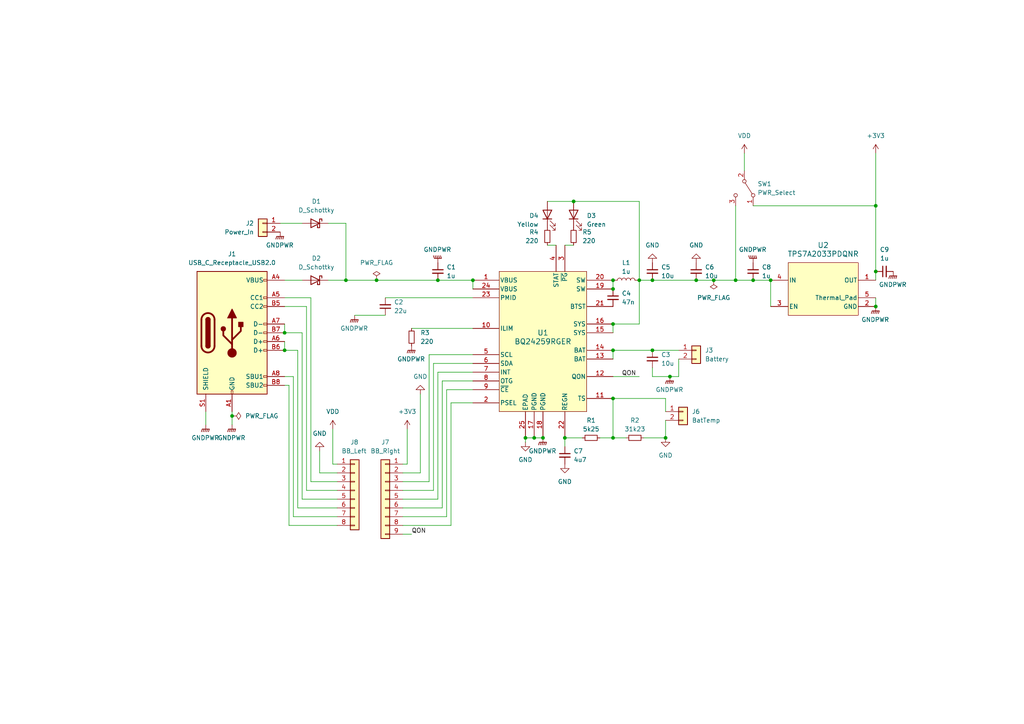
<source format=kicad_sch>
(kicad_sch (version 20230121) (generator eeschema)
  (paper "A4")
  (title_block (title "Breadboard adapter for BQ24259"))
  (lib_symbols
    (symbol "Connector:USB_C_Receptacle_USB2.0" (pin_names (offset 1.016))
      (property "Reference" "J" (at -10.16 19.05 0))
      (property "Value" "USB_C_Receptacle_USB2.0" (at 19.05 19.05 0))
      (symbol "USB_C_Receptacle_USB2.0_0_0"
        (rectangle (start -0.254 -17.78) (end 0.254 -16.764))
        (rectangle (start 10.16 -14.986) (end 9.144 -15.494))
        (rectangle (start 10.16 -12.446) (end 9.144 -12.954))
        (rectangle (start 10.16 -4.826) (end 9.144 -5.334))
        (rectangle (start 10.16 -2.286) (end 9.144 -2.794))
        (rectangle (start 10.16 0.254) (end 9.144 -0.254))
        (rectangle (start 10.16 2.794) (end 9.144 2.286))
        (rectangle (start 10.16 7.874) (end 9.144 7.366))
        (rectangle (start 10.16 10.414) (end 9.144 9.906))
        (rectangle (start 10.16 15.494) (end 9.144 14.986))
      )
      (symbol "USB_C_Receptacle_USB2.0_0_1"
        (rectangle (start -10.16 17.78) (end 10.16 -17.78) (stroke (width 0.254)) (fill (type background)))
        (arc (start -8.89 -3.81) (mid -6.985 -5.7067) (end -5.08 -3.81) (stroke (width 0.508)))
        (arc (start -7.62 -3.81) (mid -6.985 -4.4423) (end -6.35 -3.81) (stroke (width 0.254)))
        (arc (start -7.62 -3.81) (mid -6.985 -4.4423) (end -6.35 -3.81) (stroke (width 0.254)) (fill (type outline)))
        (rectangle (start -7.62 -3.81) (end -6.35 3.81) (stroke (width 0.254)) (fill (type outline)))
        (arc (start -6.35 3.81) (mid -6.985 4.4423) (end -7.62 3.81) (stroke (width 0.254)))
        (arc (start -6.35 3.81) (mid -6.985 4.4423) (end -7.62 3.81) (stroke (width 0.254)) (fill (type outline)))
        (arc (start -5.08 3.81) (mid -6.985 5.7067) (end -8.89 3.81) (stroke (width 0.508)))
        (circle (center -2.54 1.143) (radius 0.635) (stroke (width 0.254)) (fill (type outline)))
        (circle (center 0 -5.842) (radius 1.27) (fill (type outline)))
        (polyline (pts (xy -8.89 -3.81) (xy -8.89 3.81)) (stroke (width 0.508)))
        (polyline (pts (xy -5.08 3.81) (xy -5.08 -3.81)) (stroke (width 0.508)))
        (polyline (pts (xy 0 -5.842) (xy 0 4.318)) (stroke (width 0.508)))
        (polyline (pts (xy 0 -3.302) (xy -2.54 -0.762) (xy -2.54 0.508)) (stroke (width 0.508)))
        (polyline (pts (xy 0 -2.032) (xy 2.54 0.508) (xy 2.54 1.778)) (stroke (width 0.508)))
        (polyline (pts (xy -1.27 4.318) (xy 0 6.858) (xy 1.27 4.318) (xy -1.27 4.318)) (stroke (width 0.254)) (fill (type outline)))
        (rectangle (start 1.905 1.778) (end 3.175 3.048) (stroke (width 0.254)) (fill (type outline)))
      )
      (symbol "USB_C_Receptacle_USB2.0_1_1"
        (pin passive line (at 0 -22.86 90) (length 5.08) (name "GND") (number "A1"))
        (pin passive line (at 0 -22.86 90) (length 5.08) hide (name "GND") (number "A12"))
        (pin passive line (at 15.24 15.24 180) (length 5.08) (name "VBUS") (number "A4"))
        (pin bidirectional line (at 15.24 10.16 180) (length 5.08) (name "CC1") (number "A5"))
        (pin bidirectional line (at 15.24 -2.54 180) (length 5.08) (name "D+") (number "A6"))
        (pin bidirectional line (at 15.24 2.54 180) (length 5.08) (name "D-") (number "A7"))
        (pin bidirectional line (at 15.24 -12.7 180) (length 5.08) (name "SBU1") (number "A8"))
        (pin passive line (at 15.24 15.24 180) (length 5.08) hide (name "VBUS") (number "A9"))
        (pin passive line (at 0 -22.86 90) (length 5.08) hide (name "GND") (number "B1"))
        (pin passive line (at 0 -22.86 90) (length 5.08) hide (name "GND") (number "B12"))
        (pin passive line (at 15.24 15.24 180) (length 5.08) hide (name "VBUS") (number "B4"))
        (pin bidirectional line (at 15.24 7.62 180) (length 5.08) (name "CC2") (number "B5"))
        (pin bidirectional line (at 15.24 -5.08 180) (length 5.08) (name "D+") (number "B6"))
        (pin bidirectional line (at 15.24 0 180) (length 5.08) (name "D-") (number "B7"))
        (pin bidirectional line (at 15.24 -15.24 180) (length 5.08) (name "SBU2") (number "B8"))
        (pin passive line (at 15.24 15.24 180) (length 5.08) hide (name "VBUS") (number "B9"))
        (pin passive line (at -7.62 -22.86 90) (length 5.08) (name "SHIELD") (number "S1"))
      )
    )
    (symbol "Connector_Generic:Conn_01x02" (pin_names (offset 1.016) hide)
      (property "Reference" "J" (at 0 2.54 0))
      (property "Value" "Conn_01x02" (at 0 -5.08 0))
      (symbol "Conn_01x02_1_1"
        (rectangle (start -1.27 -2.413) (end 0 -2.667) (stroke (width 0.1524)))
        (rectangle (start -1.27 0.127) (end 0 -0.127) (stroke (width 0.1524)))
        (rectangle (start -1.27 1.27) (end 1.27 -3.81) (stroke (width 0.254)) (fill (type background)))
        (pin passive line (at -5.08 0 0) (length 3.81) (name "Pin_1") (number "1"))
        (pin passive line (at -5.08 -2.54 0) (length 3.81) (name "Pin_2") (number "2"))
      )
    )
    (symbol "Connector_Generic:Conn_01x08" (pin_names (offset 1.016) hide)
      (property "Reference" "J" (at 0 10.16 0))
      (property "Value" "Conn_01x08" (at 0 -12.7 0))
      (symbol "Conn_01x08_1_1"
        (rectangle (start -1.27 -10.033) (end 0 -10.287) (stroke (width 0.1524)))
        (rectangle (start -1.27 -7.493) (end 0 -7.747) (stroke (width 0.1524)))
        (rectangle (start -1.27 -4.953) (end 0 -5.207) (stroke (width 0.1524)))
        (rectangle (start -1.27 -2.413) (end 0 -2.667) (stroke (width 0.1524)))
        (rectangle (start -1.27 0.127) (end 0 -0.127) (stroke (width 0.1524)))
        (rectangle (start -1.27 2.667) (end 0 2.413) (stroke (width 0.1524)))
        (rectangle (start -1.27 5.207) (end 0 4.953) (stroke (width 0.1524)))
        (rectangle (start -1.27 7.747) (end 0 7.493) (stroke (width 0.1524)))
        (rectangle (start -1.27 8.89) (end 1.27 -11.43) (stroke (width 0.254)) (fill (type background)))
        (pin passive line (at -5.08 7.62 0) (length 3.81) (name "Pin_1") (number "1"))
        (pin passive line (at -5.08 5.08 0) (length 3.81) (name "Pin_2") (number "2"))
        (pin passive line (at -5.08 2.54 0) (length 3.81) (name "Pin_3") (number "3"))
        (pin passive line (at -5.08 0 0) (length 3.81) (name "Pin_4") (number "4"))
        (pin passive line (at -5.08 -2.54 0) (length 3.81) (name "Pin_5") (number "5"))
        (pin passive line (at -5.08 -5.08 0) (length 3.81) (name "Pin_6") (number "6"))
        (pin passive line (at -5.08 -7.62 0) (length 3.81) (name "Pin_7") (number "7"))
        (pin passive line (at -5.08 -10.16 0) (length 3.81) (name "Pin_8") (number "8"))
      )
    )
    (symbol "Connector_Generic:Conn_01x09" (pin_names (offset 1.016) hide)
      (property "Reference" "J" (at 0 12.7 0))
      (property "Value" "Conn_01x09" (at 0 -12.7 0))
      (symbol "Conn_01x09_1_1"
        (rectangle (start -1.27 -10.033) (end 0 -10.287) (stroke (width 0.1524)))
        (rectangle (start -1.27 -7.493) (end 0 -7.747) (stroke (width 0.1524)))
        (rectangle (start -1.27 -4.953) (end 0 -5.207) (stroke (width 0.1524)))
        (rectangle (start -1.27 -2.413) (end 0 -2.667) (stroke (width 0.1524)))
        (rectangle (start -1.27 0.127) (end 0 -0.127) (stroke (width 0.1524)))
        (rectangle (start -1.27 2.667) (end 0 2.413) (stroke (width 0.1524)))
        (rectangle (start -1.27 5.207) (end 0 4.953) (stroke (width 0.1524)))
        (rectangle (start -1.27 7.747) (end 0 7.493) (stroke (width 0.1524)))
        (rectangle (start -1.27 10.287) (end 0 10.033) (stroke (width 0.1524)))
        (rectangle (start -1.27 11.43) (end 1.27 -11.43) (stroke (width 0.254)) (fill (type background)))
        (pin passive line (at -5.08 10.16 0) (length 3.81) (name "Pin_1") (number "1"))
        (pin passive line (at -5.08 7.62 0) (length 3.81) (name "Pin_2") (number "2"))
        (pin passive line (at -5.08 5.08 0) (length 3.81) (name "Pin_3") (number "3"))
        (pin passive line (at -5.08 2.54 0) (length 3.81) (name "Pin_4") (number "4"))
        (pin passive line (at -5.08 0 0) (length 3.81) (name "Pin_5") (number "5"))
        (pin passive line (at -5.08 -2.54 0) (length 3.81) (name "Pin_6") (number "6"))
        (pin passive line (at -5.08 -5.08 0) (length 3.81) (name "Pin_7") (number "7"))
        (pin passive line (at -5.08 -7.62 0) (length 3.81) (name "Pin_8") (number "8"))
        (pin passive line (at -5.08 -10.16 0) (length 3.81) (name "Pin_9") (number "9"))
      )
    )
    (symbol "Device:C_Small" (pin_numbers hide) (pin_names (offset 0.254) hide)
      (property "Reference" "C" (at 0.254 1.778 0))
      (property "Value" "C_Small" (at 0.254 -2.032 0))
      (symbol "C_Small_0_1"
        (polyline (pts (xy -1.524 -0.508) (xy 1.524 -0.508)) (stroke (width 0.3302)))
        (polyline (pts (xy -1.524 0.508) (xy 1.524 0.508)) (stroke (width 0.3048)))
      )
      (symbol "C_Small_1_1"
        (pin passive line (at 0 2.54 270) (length 2.032) (name "~") (number "1"))
        (pin passive line (at 0 -2.54 90) (length 2.032) (name "~") (number "2"))
      )
    )
    (symbol "Device:D_Schottky" (pin_numbers hide) (pin_names (offset 1.016) hide)
      (property "Reference" "D" (at 0 2.54 0))
      (property "Value" "D_Schottky" (at 0 -2.54 0))
      (symbol "D_Schottky_0_1"
        (polyline (pts (xy 1.27 0) (xy -1.27 0)))
        (polyline (pts (xy 1.27 1.27) (xy 1.27 -1.27) (xy -1.27 0) (xy 1.27 1.27)) (stroke (width 0.254)))
        (polyline (pts (xy -1.905 0.635) (xy -1.905 1.27) (xy -1.27 1.27) (xy -1.27 -1.27) (xy -0.635 -1.27) (xy -0.635 -0.635)) (stroke (width 0.254)))
      )
      (symbol "D_Schottky_1_1"
        (pin passive line (at -3.81 0 0) (length 2.54) (name "K") (number "1"))
        (pin passive line (at 3.81 0 180) (length 2.54) (name "A") (number "2"))
      )
    )
    (symbol "Device:L" (pin_numbers hide) (pin_names (offset 1.016) hide)
      (property "Reference" "L" (at -1.27 0 90))
      (property "Value" "L" (at 1.905 0 90))
      (symbol "L_0_1"
        (arc (start 0 -2.54) (mid 0.6323 -1.905) (end 0 -1.27))
        (arc (start 0 -1.27) (mid 0.6323 -0.635) (end 0 0))
        (arc (start 0 0) (mid 0.6323 0.635) (end 0 1.27))
        (arc (start 0 1.27) (mid 0.6323 1.905) (end 0 2.54))
      )
      (symbol "L_1_1"
        (pin passive line (at 0 3.81 270) (length 1.27) (name "1") (number "1"))
        (pin passive line (at 0 -3.81 90) (length 1.27) (name "2") (number "2"))
      )
    )
    (symbol "Device:LED" (pin_numbers hide) (pin_names (offset 1.016) hide)
      (property "Reference" "D" (at 0 2.54 0))
      (property "Value" "LED" (at 0 -2.54 0))
      (symbol "LED_0_1"
        (polyline (pts (xy -1.27 -1.27) (xy -1.27 1.27)) (stroke (width 0.254)))
        (polyline (pts (xy -1.27 0) (xy 1.27 0)))
        (polyline (pts (xy 1.27 -1.27) (xy 1.27 1.27) (xy -1.27 0) (xy 1.27 -1.27)) (stroke (width 0.254)))
        (polyline (pts (xy -3.048 -0.762) (xy -4.572 -2.286) (xy -3.81 -2.286) (xy -4.572 -2.286) (xy -4.572 -1.524)))
        (polyline (pts (xy -1.778 -0.762) (xy -3.302 -2.286) (xy -2.54 -2.286) (xy -3.302 -2.286) (xy -3.302 -1.524)))
      )
      (symbol "LED_1_1"
        (pin passive line (at -3.81 0 0) (length 2.54) (name "K") (number "1"))
        (pin passive line (at 3.81 0 180) (length 2.54) (name "A") (number "2"))
      )
    )
    (symbol "Device:R_Small" (pin_numbers hide) (pin_names (offset 0.254) hide)
      (property "Reference" "R" (at 0.762 0.508 0))
      (property "Value" "R_Small" (at 0.762 -1.016 0))
      (symbol "R_Small_0_1"
        (rectangle (start -0.762 1.778) (end 0.762 -1.778) (stroke (width 0.2032)))
      )
      (symbol "R_Small_1_1"
        (pin passive line (at 0 2.54 270) (length 0.762) (name "~") (number "1"))
        (pin passive line (at 0 -2.54 90) (length 0.762) (name "~") (number "2"))
      )
    )
    (symbol "Project_Components:BQ24259RGER" (pin_names (offset 0.254))
      (property "Reference" "U" (at 20.32 -10.16 0))
      (property "Value" "BQ24259RGER" (at 20.32 -12.7 0))
      (symbol "BQ24259RGER_0_1"
        (pin power_in line (at 0 2.54 0) (length 7.62) (name "VBUS") (number "1"))
        (pin input line (at 0 -11.43 0) (length 7.62) (name "ILIM") (number "10"))
        (pin input line (at 40.64 -31.75 180) (length 7.62) (name "TS") (number "11"))
        (pin input line (at 40.64 -25.4 180) (length 7.62) (name "QON") (number "12"))
        (pin input line (at 40.64 -12.7 180) (length 7.62) (name "SYS") (number "15"))
        (pin input line (at 40.64 -10.16 180) (length 7.62) (name "SYS") (number "16"))
        (pin power_in line (at 17.78 -43.18 90) (length 7.62) (name "PGND") (number "17"))
        (pin power_in line (at 20.32 -43.18 90) (length 7.62) (name "PGND") (number "18"))
        (pin input line (at 0 -33.02 0) (length 7.62) (name "PSEL") (number "2"))
        (pin output line (at 0 -2.54 0) (length 7.62) (name "PMID") (number "23"))
        (pin power_in line (at 0 0 0) (length 7.62) (name "VBUS") (number "24"))
        (pin input line (at 0 -19.05 0) (length 7.62) (name "SCL") (number "5"))
        (pin bidirectional line (at 0 -21.59 0) (length 7.62) (name "SDA") (number "6"))
        (pin output line (at 0 -24.13 0) (length 7.62) (name "INT") (number "7"))
        (pin input line (at 0 -26.67 0) (length 7.62) (name "OTG") (number "8"))
      )
      (symbol "BQ24259RGER_1_1"
        (rectangle (start 7.62 5.08) (end 33.02 -35.56) (fill (type background)))
        (pin power_out line (at 40.64 -20.32 180) (length 7.62) (name "BAT") (number "13"))
        (pin power_out line (at 40.64 -17.78 180) (length 7.62) (name "BAT") (number "14"))
        (pin power_out line (at 40.64 0 180) (length 7.62) (name "SW") (number "19"))
        (pin power_out line (at 40.64 2.54 180) (length 7.62) (name "SW") (number "20"))
        (pin input line (at 40.64 -5.08 180) (length 7.62) (name "BTST") (number "21"))
        (pin output line (at 26.67 -43.18 90) (length 7.62) (name "REGN") (number "22"))
        (pin passive line (at 15.24 -43.18 90) (length 7.62) (name "EPAD") (number "25"))
        (pin open_collector line (at 26.67 12.7 270) (length 7.62) (name "~{PG}") (number "3"))
        (pin open_collector line (at 24.13 12.7 270) (length 7.62) (name "STAT") (number "4"))
        (pin input line (at 0 -29.21 0) (length 7.62) (name "~{CE}") (number "9"))
      )
    )
    (symbol "Project_Components:TPS7A20" (pin_names (offset 0.254))
      (property "Reference" "U" (at 15.24 8.89 0))
      (property "Value" "TPS7A20" (at 15.24 6.35 0))
      (symbol "TPS7A20_0_1"
        (pin power_in line (at 30.48 -7.62 180) (length 5.08) (name "GND") (number "2"))
        (pin input line (at 0 -7.62 0) (length 5.08) (name "EN") (number "3"))
        (pin power_in line (at 0 0 0) (length 5.08) (name "IN") (number "4"))
      )
      (symbol "TPS7A20_1_1"
        (rectangle (start 5.08 5.08) (end 25.4 -10.16) (fill (type background)))
        (pin power_out line (at 30.48 0 180) (length 5.08) (name "OUT") (number "1"))
        (pin passive line (at 30.48 -5.08 180) (length 5.08) (name "Thermal_Pad") (number "5"))
      )
    )
    (symbol "Switch:SW_SPDT" (pin_names (offset 0) hide)
      (property "Reference" "SW" (at 0 4.318 0))
      (property "Value" "SW_SPDT" (at 0 -5.08 0))
      (symbol "SW_SPDT_0_0"
        (circle (center -2.032 0) (radius 0.508))
        (circle (center 2.032 -2.54) (radius 0.508))
      )
      (symbol "SW_SPDT_0_1"
        (polyline (pts (xy -1.524 0.254) (xy 1.651 2.286)))
        (circle (center 2.032 2.54) (radius 0.508))
      )
      (symbol "SW_SPDT_1_1"
        (pin passive line (at 5.08 2.54 180) (length 2.54) (name "A") (number "1"))
        (pin passive line (at -5.08 0 0) (length 2.54) (name "B") (number "2"))
        (pin passive line (at 5.08 -2.54 180) (length 2.54) (name "C") (number "3"))
      )
    )
    (symbol "power:+3V3" (power) (pin_names (offset 0))
      (property "Value" "+3V3" (at 0 3.556 0))
      (symbol "+3V3_0_1"
        (polyline (pts (xy -0.762 1.27) (xy 0 2.54)))
        (polyline (pts (xy 0 0) (xy 0 2.54)))
        (polyline (pts (xy 0 2.54) (xy 0.762 1.27)))
      )
      (symbol "+3V3_1_1"
        (pin power_in line (at 0 0 90) (length 0) hide (name "+3V3") (number "1"))
      )
    )
    (symbol "power:GND" (power) (pin_names (offset 0))
      (property "Value" "GND" (at 0 -3.81 0))
      (symbol "GND_0_1"
        (polyline (pts (xy 0 0) (xy 0 -1.27) (xy 1.27 -1.27) (xy 0 -2.54) (xy -1.27 -1.27) (xy 0 -1.27)))
      )
      (symbol "GND_1_1"
        (pin power_in line (at 0 0 270) (length 0) hide (name "GND") (number "1"))
      )
    )
    (symbol "power:GNDPWR" (power) (pin_names (offset 0))
      (property "Value" "GNDPWR" (at 0 -3.302 0))
      (symbol "GNDPWR_0_1"
        (polyline (pts (xy 0 -1.27) (xy 0 0)))
        (polyline (pts (xy -1.016 -1.27) (xy -1.27 -2.032) (xy -1.27 -2.032)) (stroke (width 0.2032)))
        (polyline (pts (xy -0.508 -1.27) (xy -0.762 -2.032) (xy -0.762 -2.032)) (stroke (width 0.2032)))
        (polyline (pts (xy 0 -1.27) (xy -0.254 -2.032) (xy -0.254 -2.032)) (stroke (width 0.2032)))
        (polyline (pts (xy 0.508 -1.27) (xy 0.254 -2.032) (xy 0.254 -2.032)) (stroke (width 0.2032)))
        (polyline (pts (xy 1.016 -1.27) (xy -1.016 -1.27) (xy -1.016 -1.27)) (stroke (width 0.2032)))
        (polyline (pts (xy 1.016 -1.27) (xy 0.762 -2.032) (xy 0.762 -2.032) (xy 0.762 -2.032)) (stroke (width 0.2032)))
      )
      (symbol "GNDPWR_1_1"
        (pin power_in line (at 0 0 270) (length 0) hide (name "GNDPWR") (number "1"))
      )
    )
    (symbol "power:PWR_FLAG" (power) (pin_numbers hide) (pin_names (offset 0) hide)
      (property "Value" "PWR_FLAG" (at 0 3.81 0))
      (symbol "PWR_FLAG_0_0"
        (pin power_out line (at 0 0 90) (length 0) (name "pwr") (number "1"))
      )
      (symbol "PWR_FLAG_0_1"
        (polyline (pts (xy 0 0) (xy 0 1.27) (xy -1.016 1.905) (xy 0 2.54) (xy 1.016 1.905) (xy 0 1.27)))
      )
    )
    (symbol "power:VDD" (power) (pin_names (offset 0))
      (property "Value" "VDD" (at 0 3.81 0))
      (symbol "VDD_0_1"
        (polyline (pts (xy -0.762 1.27) (xy 0 2.54)))
        (polyline (pts (xy 0 0) (xy 0 2.54)))
        (polyline (pts (xy 0 2.54) (xy 0.762 1.27)))
      )
      (symbol "VDD_1_1"
        (pin power_in line (at 0 0 90) (length 0) hide (name "VDD") (number "1"))
      )
    )
  )
  (junction (at 163.83 127))
  (junction (at 254 78.74))
  (junction (at 82.55 96.52))
  (junction (at 254 59.69))
  (junction (at 213.36 81.28))
  (junction (at 152.4 127))
  (junction (at 207.01 81.28))
  (junction (at 127 81.28))
  (junction (at 137.16 81.28))
  (junction (at 177.8 81.28))
  (junction (at 189.23 101.6))
  (junction (at 100.33 81.28))
  (junction (at 177.8 115.57))
  (junction (at 223.52 81.28))
  (junction (at 193.04 127))
  (junction (at 177.8 83.82))
  (junction (at 201.93 81.28))
  (junction (at 67.31 120.65))
  (junction (at 177.8 93.98))
  (junction (at 218.44 81.28))
  (junction (at 194.31 109.22))
  (junction (at 166.37 58.42))
  (junction (at 109.22 81.28))
  (junction (at 177.8 101.6))
  (junction (at 254 88.9))
  (junction (at 157.48 127))
  (junction (at 177.8 127))
  (junction (at 185.42 81.28))
  (junction (at 82.55 101.6))
  (junction (at 189.23 81.28))
  (junction (at 154.94 127))
  (wire (pts (xy 223.52 81.28) (xy 223.52 88.9)))
  (wire (pts (xy 82.55 81.28) (xy 87.63 81.28)))
  (wire (pts (xy 177.8 109.22) (xy 185.42 109.22)))
  (wire (pts (xy 201.93 81.28) (xy 207.01 81.28)))
  (wire (pts (xy 129.54 113.03) (xy 129.54 149.86)))
  (wire (pts (xy 82.55 101.6) (xy 86.36 101.6)))
  (wire (pts (xy 100.33 81.28) (xy 109.22 81.28)))
  (wire (pts (xy 152.4 127) (xy 154.94 127)))
  (wire (pts (xy 152.4 127) (xy 152.4 128.27)))
  (wire (pts (xy 130.81 116.84) (xy 130.81 152.4)))
  (wire (pts (xy 158.75 58.42) (xy 166.37 58.42)))
  (wire (pts (xy 124.46 102.87) (xy 124.46 139.7)))
  (wire (pts (xy 215.9 44.45) (xy 215.9 49.53)))
  (wire (pts (xy 189.23 81.28) (xy 201.93 81.28)))
  (wire (pts (xy 177.8 93.98) (xy 185.42 93.98)))
  (wire (pts (xy 196.85 104.14) (xy 196.85 109.22)))
  (wire (pts (xy 96.52 124.46) (xy 96.52 134.62)))
  (wire (pts (xy 90.17 86.36) (xy 90.17 139.7)))
  (wire (pts (xy 100.33 64.77) (xy 100.33 81.28)))
  (wire (pts (xy 137.16 116.84) (xy 130.81 116.84)))
  (wire (pts (xy 86.36 147.32) (xy 97.79 147.32)))
  (wire (pts (xy 121.92 137.16) (xy 121.92 114.3)))
  (wire (pts (xy 116.84 137.16) (xy 121.92 137.16)))
  (wire (pts (xy 67.31 123.19) (xy 67.31 120.65)))
  (wire (pts (xy 82.55 96.52) (xy 87.63 96.52)))
  (wire (pts (xy 185.42 81.28) (xy 185.42 58.42)))
  (wire (pts (xy 158.75 71.12) (xy 161.29 71.12)))
  (wire (pts (xy 137.16 105.41) (xy 125.73 105.41)))
  (wire (pts (xy 96.52 134.62) (xy 97.79 134.62)))
  (wire (pts (xy 59.69 123.19) (xy 59.69 119.38)))
  (wire (pts (xy 254 44.45) (xy 254 59.69)))
  (wire (pts (xy 185.42 93.98) (xy 185.42 81.28)))
  (wire (pts (xy 127 81.28) (xy 137.16 81.28)))
  (wire (pts (xy 125.73 142.24) (xy 116.84 142.24)))
  (wire (pts (xy 82.55 111.76) (xy 83.82 111.76)))
  (wire (pts (xy 128.27 147.32) (xy 116.84 147.32)))
  (wire (pts (xy 254 78.74) (xy 254 81.28)))
  (wire (pts (xy 213.36 81.28) (xy 218.44 81.28)))
  (wire (pts (xy 137.16 113.03) (xy 129.54 113.03)))
  (wire (pts (xy 193.04 121.92) (xy 193.04 127)))
  (wire (pts (xy 116.84 154.94) (xy 119.38 154.94)))
  (wire (pts (xy 218.44 59.69) (xy 254 59.69)))
  (wire (pts (xy 173.99 127) (xy 177.8 127)))
  (wire (pts (xy 177.8 115.57) (xy 193.04 115.57)))
  (wire (pts (xy 127 107.95) (xy 127 144.78)))
  (wire (pts (xy 218.44 81.28) (xy 223.52 81.28)))
  (wire (pts (xy 137.16 107.95) (xy 127 107.95)))
  (wire (pts (xy 87.63 96.52) (xy 87.63 144.78)))
  (wire (pts (xy 194.31 109.22) (xy 189.23 109.22)))
  (wire (pts (xy 95.25 81.28) (xy 100.33 81.28)))
  (wire (pts (xy 193.04 115.57) (xy 193.04 119.38)))
  (wire (pts (xy 177.8 101.6) (xy 177.8 104.14)))
  (wire (pts (xy 83.82 152.4) (xy 97.79 152.4)))
  (wire (pts (xy 189.23 101.6) (xy 196.85 101.6)))
  (wire (pts (xy 82.55 86.36) (xy 90.17 86.36)))
  (wire (pts (xy 82.55 93.98) (xy 82.55 96.52)))
  (wire (pts (xy 127 144.78) (xy 116.84 144.78)))
  (wire (pts (xy 189.23 109.22) (xy 189.23 106.68)))
  (wire (pts (xy 207.01 81.28) (xy 213.36 81.28)))
  (wire (pts (xy 83.82 111.76) (xy 83.82 152.4)))
  (wire (pts (xy 119.38 95.25) (xy 137.16 95.25)))
  (wire (pts (xy 90.17 139.7) (xy 97.79 139.7)))
  (wire (pts (xy 129.54 149.86) (xy 116.84 149.86)))
  (wire (pts (xy 118.11 124.46) (xy 118.11 134.62)))
  (wire (pts (xy 154.94 127) (xy 157.48 127)))
  (wire (pts (xy 177.8 127) (xy 177.8 115.57)))
  (wire (pts (xy 82.55 99.06) (xy 82.55 101.6)))
  (wire (pts (xy 111.76 86.36) (xy 137.16 86.36)))
  (wire (pts (xy 88.9 142.24) (xy 97.79 142.24)))
  (wire (pts (xy 177.8 93.98) (xy 177.8 96.52)))
  (wire (pts (xy 85.09 109.22) (xy 85.09 149.86)))
  (wire (pts (xy 124.46 139.7) (xy 116.84 139.7)))
  (wire (pts (xy 163.83 129.54) (xy 163.83 127)))
  (wire (pts (xy 254 59.69) (xy 254 78.74)))
  (wire (pts (xy 130.81 152.4) (xy 116.84 152.4)))
  (wire (pts (xy 102.87 91.44) (xy 111.76 91.44)))
  (wire (pts (xy 213.36 59.69) (xy 213.36 81.28)))
  (wire (pts (xy 177.8 127) (xy 181.61 127)))
  (wire (pts (xy 125.73 105.41) (xy 125.73 142.24)))
  (wire (pts (xy 137.16 81.28) (xy 137.16 83.82)))
  (wire (pts (xy 166.37 71.12) (xy 163.83 71.12)))
  (wire (pts (xy 118.11 134.62) (xy 116.84 134.62)))
  (wire (pts (xy 82.55 88.9) (xy 88.9 88.9)))
  (wire (pts (xy 196.85 109.22) (xy 194.31 109.22)))
  (wire (pts (xy 87.63 144.78) (xy 97.79 144.78)))
  (wire (pts (xy 185.42 58.42) (xy 166.37 58.42)))
  (wire (pts (xy 81.28 64.77) (xy 87.63 64.77)))
  (wire (pts (xy 88.9 88.9) (xy 88.9 142.24)))
  (wire (pts (xy 92.71 137.16) (xy 92.71 130.81)))
  (wire (pts (xy 97.79 137.16) (xy 92.71 137.16)))
  (wire (pts (xy 185.42 81.28) (xy 189.23 81.28)))
  (wire (pts (xy 109.22 81.28) (xy 127 81.28)))
  (wire (pts (xy 82.55 109.22) (xy 85.09 109.22)))
  (wire (pts (xy 137.16 102.87) (xy 124.46 102.87)))
  (wire (pts (xy 137.16 110.49) (xy 128.27 110.49)))
  (wire (pts (xy 86.36 101.6) (xy 86.36 147.32)))
  (wire (pts (xy 254 86.36) (xy 254 88.9)))
  (wire (pts (xy 67.31 120.65) (xy 67.31 119.38)))
  (wire (pts (xy 95.25 64.77) (xy 100.33 64.77)))
  (wire (pts (xy 177.8 81.28) (xy 177.8 83.82)))
  (wire (pts (xy 168.91 127) (xy 163.83 127)))
  (wire (pts (xy 177.8 101.6) (xy 189.23 101.6)))
  (wire (pts (xy 128.27 110.49) (xy 128.27 147.32)))
  (wire (pts (xy 186.69 127) (xy 193.04 127)))
  (wire (pts (xy 85.09 149.86) (xy 97.79 149.86)))
  (label "QON" (at 119.38 154.94 0))
  (label "QON" (at 180.34 109.22 0))
  (symbol (lib_id "power:GND") (at 189.23 76.2 0) (mirror x) (unit 1)
    (property "Reference" "#PWR011" (effects hide))
    (property "Value" "GND" (at 189.23 71.12 0))
  )
  (symbol (lib_id "Device:R_Small") (at 184.15 127 90) (unit 1)
    (property "Reference" "R2" (at 184.15 121.92 90))
    (property "Value" "31k23" (at 184.15 124.46 90))
    (property "Footprint" "Resistor_SMD:R_0402_1005Metric" (effects hide))
  )
  (symbol (lib_id "Device:R_Small") (at 119.38 97.79 0) (unit 1)
    (property "Reference" "R3" (at 121.92 96.52 0) (effects (justify left)))
    (property "Value" "220" (at 121.92 99.06 0) (effects (justify left)))
    (property "Footprint" "Resistor_SMD:R_0402_1005Metric" (effects hide))
    (property "JLCPCB PN" "C25091" (effects hide))
  )
  (symbol (lib_id "power:GNDPWR") (at 218.44 76.2 0) (mirror x) (unit 1)
    (property "Reference" "#PWR018" (effects hide))
    (property "Value" "GNDPWR" (at 218.313 72.39 0))
  )
  (symbol (lib_id "power:VDD") (at 215.9 44.45 0) (unit 1)
    (property "Reference" "#PWR010" (effects hide))
    (property "Value" "VDD" (at 215.9 39.37 0))
  )
  (symbol (lib_id "Device:LED") (at 158.75 62.23 90) (unit 1)
    (property "Reference" "D4" (at 156.21 62.5475 90) (effects (justify left)))
    (property "Value" "Yellow" (at 156.21 65.0875 90) (effects (justify left)))
    (property "Footprint" "LED_SMD:LED_0603_1608Metric" (effects hide))
    (property "JLCPCB PN" "C72038" (effects hide))
  )
  (symbol (lib_id "Device:C_Small") (at 189.23 78.74 0) (unit 1)
    (property "Reference" "C5" (at 191.77 77.4763 0) (effects (justify left)))
    (property "Value" "10u" (at 191.77 80.0163 0) (effects (justify left)))
    (property "Footprint" "Capacitor_SMD:C_0603_1608Metric" (effects hide))
    (property "JLCPCB PN" "C19702" (effects hide))
  )
  (symbol (lib_id "Device:C_Small") (at 201.93 78.74 0) (unit 1)
    (property "Reference" "C6" (at 204.47 77.4763 0) (effects (justify left)))
    (property "Value" "10u" (at 204.47 80.0163 0) (effects (justify left)))
    (property "Footprint" "Capacitor_SMD:C_0603_1608Metric" (effects hide))
    (property "JLCPCB PN" "C19702" (effects hide))
  )
  (symbol (lib_id "Switch:SW_SPDT") (at 215.9 54.61 270) (unit 1)
    (property "Reference" "SW1" (at 219.71 53.34 90) (effects (justify left)))
    (property "Value" "PWR_Select" (at 219.71 55.88 90) (effects (justify left)))
    (property "Footprint" "Connector_PinHeader_2.54mm:PinHeader_1x03_P2.54mm_Vertical" (effects hide))
  )
  (symbol (lib_id "power:+3V3") (at 118.11 124.46 0) (unit 1)
    (property "Reference" "#PWR021" (effects hide))
    (property "Value" "+3V3" (at 118.11 119.38 0))
  )
  (symbol (lib_id "power:GNDPWR") (at 102.87 91.44 0) (unit 1)
    (property "Reference" "#PWR05" (effects hide))
    (property "Value" "GNDPWR" (at 102.743 95.25 0))
  )
  (symbol (lib_id "power:GNDPWR") (at 157.48 127 0) (unit 1)
    (property "Reference" "#PWR07" (effects hide))
    (property "Value" "GNDPWR" (at 157.353 130.81 0))
  )
  (symbol (lib_id "power:PWR_FLAG") (at 67.31 120.65 270) (unit 1)
    (property "Reference" "#FLG03" (effects hide))
    (property "Value" "PWR_FLAG" (at 71.12 120.65 90) (effects (justify left)))
  )
  (symbol (lib_id "Device:R_Small") (at 171.45 127 90) (unit 1)
    (property "Reference" "R1" (at 171.45 121.92 90))
    (property "Value" "5k25" (at 171.45 124.46 90))
    (property "Footprint" "Resistor_SMD:R_0402_1005Metric" (effects hide))
  )
  (symbol (lib_id "Device:D_Schottky") (at 91.44 81.28 0) (mirror y) (unit 1)
    (property "Reference" "D2" (at 91.7575 74.93 0))
    (property "Value" "D_Schottky" (at 91.7575 77.47 0))
    (property "Footprint" "Diode_SMD:D_SMA" (effects hide))
    (property "JLCPCB PN" "C8678" (effects hide))
  )
  (symbol (lib_id "power:GND") (at 92.71 130.81 180) (unit 1)
    (property "Reference" "#PWR019" (effects hide))
    (property "Value" "GND" (at 92.71 125.73 0))
  )
  (symbol (lib_id "Device:C_Small") (at 127 78.74 0) (unit 1)
    (property "Reference" "C1" (at 129.54 77.4763 0) (effects (justify left)))
    (property "Value" "1u" (at 129.54 80.0163 0) (effects (justify left)))
    (property "Footprint" "Connector_JST:JST_PH_B2B-PH-SM4-TB_1x02-1MP_P2.00mm_Vertical" (effects hide))
    (property "JLCPCB PN" "C15849" (effects hide))
  )
  (symbol (lib_id "Device:LED") (at 166.37 62.23 90) (unit 1)
    (property "Reference" "D3" (at 170.18 62.5475 90) (effects (justify right)))
    (property "Value" "Green" (at 170.18 65.0875 90) (effects (justify right)))
    (property "Footprint" "LED_SMD:LED_0603_1608Metric" (effects hide))
    (property "JLCPCB PN" "C72043" (effects hide))
  )
  (symbol (lib_id "Device:C_Small") (at 189.23 104.14 0) (unit 1)
    (property "Reference" "C3" (at 191.77 102.8763 0) (effects (justify left)))
    (property "Value" "10u" (at 191.77 105.4163 0) (effects (justify left)))
    (property "Footprint" "Capacitor_SMD:C_0603_1608Metric" (effects hide))
    (property "JLCPCB PN" "C19702" (effects hide))
  )
  (symbol (lib_id "power:+3V3") (at 254 44.45 0) (unit 1)
    (property "Reference" "#PWR09" (effects hide))
    (property "Value" "+3V3" (at 254 39.37 0))
  )
  (symbol (lib_id "power:PWR_FLAG") (at 207.01 81.28 0) (mirror x) (unit 1)
    (property "Reference" "#FLG02" (effects hide))
    (property "Value" "PWR_FLAG" (at 207.01 86.36 0))
  )
  (symbol (lib_id "power:GND") (at 193.04 127 0) (unit 1)
    (property "Reference" "#PWR014" (effects hide))
    (property "Value" "GND" (at 193.04 132.08 0))
  )
  (symbol (lib_id "power:GNDPWR") (at 59.69 123.19 0) (unit 1)
    (property "Reference" "#PWR01" (effects hide))
    (property "Value" "GNDPWR" (at 59.563 127 0))
  )
  (symbol (lib_id "Connector_Generic:Conn_01x02") (at 198.12 119.38 0) (unit 1)
    (property "Reference" "J6" (at 200.66 119.38 0) (effects (justify left)))
    (property "Value" "BatTemp" (at 200.66 121.92 0) (effects (justify left)))
    (property "Footprint" "Connector_JST:JST_PH_B2B-PH-SM4-TB_1x02-1MP_P2.00mm_Vertical" (effects hide))
  )
  (symbol (lib_id "Device:C_Small") (at 111.76 88.9 180) (unit 1)
    (property "Reference" "C2" (at 114.3 87.6236 0) (effects (justify right)))
    (property "Value" "22u" (at 114.3 90.1636 0) (effects (justify right)))
    (property "Footprint" "Capacitor_SMD:C_0805_2012Metric" (effects hide))
    (property "JLCPCB PN" "C45783" (effects hide))
  )
  (symbol (lib_id "Device:C_Small") (at 177.8 86.36 0) (unit 1)
    (property "Reference" "C4" (at 180.34 85.0963 0) (effects (justify left)))
    (property "Value" "47n" (at 180.34 87.6363 0) (effects (justify left)))
    (property "Footprint" "Capacitor_SMD:C_0603_1608Metric" (effects hide))
    (property "JLCPCB PN" "C1622" (effects hide))
  )
  (symbol (lib_id "Device:R_Small") (at 158.75 68.58 0) (mirror y) (unit 1)
    (property "Reference" "R4" (at 156.21 67.31 0) (effects (justify left)))
    (property "Value" "220" (at 156.21 69.85 0) (effects (justify left)))
    (property "Footprint" "Resistor_SMD:R_0603_1608Metric" (effects hide))
    (property "JLCPCB PN" "C22962" (effects hide))
  )
  (symbol (lib_id "power:GND") (at 163.83 134.62 0) (unit 1)
    (property "Reference" "#PWR013" (effects hide))
    (property "Value" "GND" (at 163.83 139.7 0))
  )
  (symbol (lib_id "power:GND") (at 121.92 114.3 0) (mirror x) (unit 1)
    (property "Reference" "#PWR020" (effects hide))
    (property "Value" "GND" (at 121.92 109.22 0))
  )
  (symbol (lib_id "power:VDD") (at 96.52 124.46 0) (unit 1)
    (property "Reference" "#PWR022" (effects hide))
    (property "Value" "VDD" (at 96.52 119.38 0))
  )
  (symbol (lib_id "power:GND") (at 201.93 76.2 0) (mirror x) (unit 1)
    (property "Reference" "#PWR012" (effects hide))
    (property "Value" "GND" (at 201.93 71.12 0))
  )
  (symbol (lib_id "Device:L") (at 181.61 81.28 90) (unit 1)
    (property "Reference" "L1" (at 181.61 76.2 90))
    (property "Value" "1u" (at 181.61 78.74 90))
    (property "Footprint" "Inductor_SMD:L_Murata_DFE201610P" (effects hide))
  )
  (symbol (lib_id "power:GNDPWR") (at 127 76.2 0) (mirror x) (unit 1)
    (property "Reference" "#PWR04" (effects hide))
    (property "Value" "GNDPWR" (at 126.873 72.39 0))
  )
  (symbol (lib_id "Device:R_Small") (at 166.37 68.58 0) (unit 1)
    (property "Reference" "R5" (at 168.91 67.31 0) (effects (justify left)))
    (property "Value" "220" (at 168.91 69.85 0) (effects (justify left)))
    (property "Footprint" "Resistor_SMD:R_0603_1608Metric" (effects hide))
    (property "JLCPCB PN" "C22962" (effects hide))
  )
  (symbol (lib_id "Device:C_Small") (at 218.44 78.74 0) (unit 1)
    (property "Reference" "C8" (at 220.98 77.4763 0) (effects (justify left)))
    (property "Value" "1u" (at 220.98 80.0163 0) (effects (justify left)))
    (property "Footprint" "Capacitor_SMD:C_0402_1005Metric" (effects hide))
    (property "JLCPCB PN" "C52923" (effects hide))
  )
  (symbol (lib_id "Connector_Generic:Conn_01x02") (at 76.2 64.77 0) (mirror y) (unit 1)
    (property "Reference" "J2" (at 73.66 64.77 0) (effects (justify left)))
    (property "Value" "Power_In" (at 73.66 67.31 0) (effects (justify left)))
    (property "Footprint" "Connector_PinHeader_2.54mm:PinHeader_1x02_P2.54mm_Vertical" (effects hide))
  )
  (symbol (lib_id "Device:C_Small") (at 163.83 132.08 0) (unit 1)
    (property "Reference" "C7" (at 166.37 130.8163 0) (effects (justify left)))
    (property "Value" "4u7" (at 166.37 133.3563 0) (effects (justify left)))
    (property "Footprint" "Capacitor_SMD:C_0402_1005Metric" (effects hide))
    (property "JLCPCB PN" "C23733" (effects hide))
  )
  (symbol (lib_id "Device:C_Small") (at 256.54 78.74 90) (unit 1)
    (property "Reference" "C9" (at 256.5463 72.39 90))
    (property "Value" "1u" (at 256.5463 74.93 90))
    (property "Footprint" "Capacitor_SMD:C_0402_1005Metric" (effects hide))
    (property "JLCPCB PN" "C52923" (effects hide))
  )
  (symbol (lib_id "Connector_Generic:Conn_01x09") (at 111.76 144.78 0) (mirror y) (unit 1)
    (property "Reference" "J7" (at 111.76 128.27 0))
    (property "Value" "BB_Right" (at 111.76 130.81 0))
    (property "Footprint" "Connector_PinHeader_2.54mm:PinHeader_1x09_P2.54mm_Vertical" (effects hide))
  )
  (symbol (lib_id "Connector:USB_C_Receptacle_USB2.0") (at 67.31 96.52 0) (unit 1)
    (property "Reference" "J1" (at 67.31 73.66 0))
    (property "Value" "USB_C_Receptacle_USB2.0" (at 67.31 76.2 0))
    (property "Footprint" "Project_Footprints:USB4105_GCT" (effects hide))
    (property "Datasheet" "https://www.usb.org/sites/default/files/documents/usb_type-c.zip" (effects hide))
  )
  (symbol (lib_id "power:GNDPWR") (at 254 88.9 0) (unit 1)
    (property "Reference" "#PWR016" (effects hide))
    (property "Value" "GNDPWR" (at 253.873 92.71 0))
  )
  (symbol (lib_id "Project_Components:BQ24259RGER") (at 137.16 83.82 0) (unit 1)
    (property "Reference" "U1" (at 157.48 96.52 0) (effects (font (size 1.524 1.524))))
    (property "Value" "BQ24259RGER" (at 157.48 99.06 0) (effects (font (size 1.524 1.524))))
    (property "Footprint" "Project_Footprints:RGE24_2P7X2P7_TEX" (effects hide))
    (property "Datasheet" "https://www.ti.com/lit/ds/symlink/bq24259.pdf" (effects hide))
  )
  (symbol (lib_id "power:GNDPWR") (at 119.38 100.33 0) (unit 1)
    (property "Reference" "#PWR015" (effects hide))
    (property "Value" "GNDPWR" (at 119.253 104.14 0))
  )
  (symbol (lib_id "Connector_Generic:Conn_01x02") (at 201.93 101.6 0) (unit 1)
    (property "Reference" "J3" (at 204.47 101.6 0) (effects (justify left)))
    (property "Value" "Battery" (at 204.47 104.14 0) (effects (justify left)))
    (property "Footprint" "Connector_JST:JST_PH_B2B-PH-SM4-TB_1x02-1MP_P2.00mm_Vertical" (effects hide))
  )
  (symbol (lib_id "power:GNDPWR") (at 81.28 67.31 0) (unit 1)
    (property "Reference" "#PWR03" (effects hide))
    (property "Value" "GNDPWR" (at 81.153 71.12 0))
  )
  (symbol (lib_id "Project_Components:TPS7A20") (at 223.52 81.28 0) (unit 1)
    (property "Reference" "U2" (at 238.76 71.12 0) (effects (font (size 1.524 1.524))))
    (property "Value" "TPS7A2033PDQNR" (at 238.76 73.66 0) (effects (font (size 1.524 1.524))))
    (property "Footprint" "Project_Footprints:DQN0004A-MFG" (effects hide))
    (property "Datasheet" "https://www.ti.com/lit/ds/symlink/tps7a20.pdf" (effects hide))
  )
  (symbol (lib_id "power:PWR_FLAG") (at 109.22 81.28 0) (unit 1)
    (property "Reference" "#FLG01" (effects hide))
    (property "Value" "PWR_FLAG" (at 109.22 76.2 0))
  )
  (symbol (lib_id "power:GNDPWR") (at 259.08 78.74 0) (unit 1)
    (property "Reference" "#PWR017" (effects hide))
    (property "Value" "GNDPWR" (at 258.953 82.55 0))
  )
  (symbol (lib_id "Connector_Generic:Conn_01x08") (at 102.87 142.24 0) (unit 1)
    (property "Reference" "J8" (at 101.6 128.27 0) (effects (justify left)))
    (property "Value" "BB_Left" (at 99.06 130.81 0) (effects (justify left)))
    (property "Footprint" "Connector_PinHeader_2.54mm:PinHeader_1x08_P2.54mm_Vertical" (effects hide))
  )
  (symbol (lib_id "power:GNDPWR") (at 194.31 109.22 0) (unit 1)
    (property "Reference" "#PWR06" (effects hide))
    (property "Value" "GNDPWR" (at 194.183 113.03 0))
  )
  (symbol (lib_id "power:GNDPWR") (at 67.31 123.19 0) (unit 1)
    (property "Reference" "#PWR02" (effects hide))
    (property "Value" "GNDPWR" (at 67.183 127 0))
  )
  (symbol (lib_id "power:GND") (at 152.4 128.27 0) (unit 1)
    (property "Reference" "#PWR08" (effects hide))
    (property "Value" "GND" (at 152.4 133.35 0))
  )
  (symbol (lib_id "Device:D_Schottky") (at 91.44 64.77 0) (mirror y) (unit 1)
    (property "Reference" "D1" (at 91.7575 58.42 0))
    (property "Value" "D_Schottky" (at 91.7575 60.96 0))
    (property "Footprint" "Diode_SMD:D_SMA" (effects hide))
    (property "JLCPCB PN" "C8678" (effects hide))
  )
)
</source>
